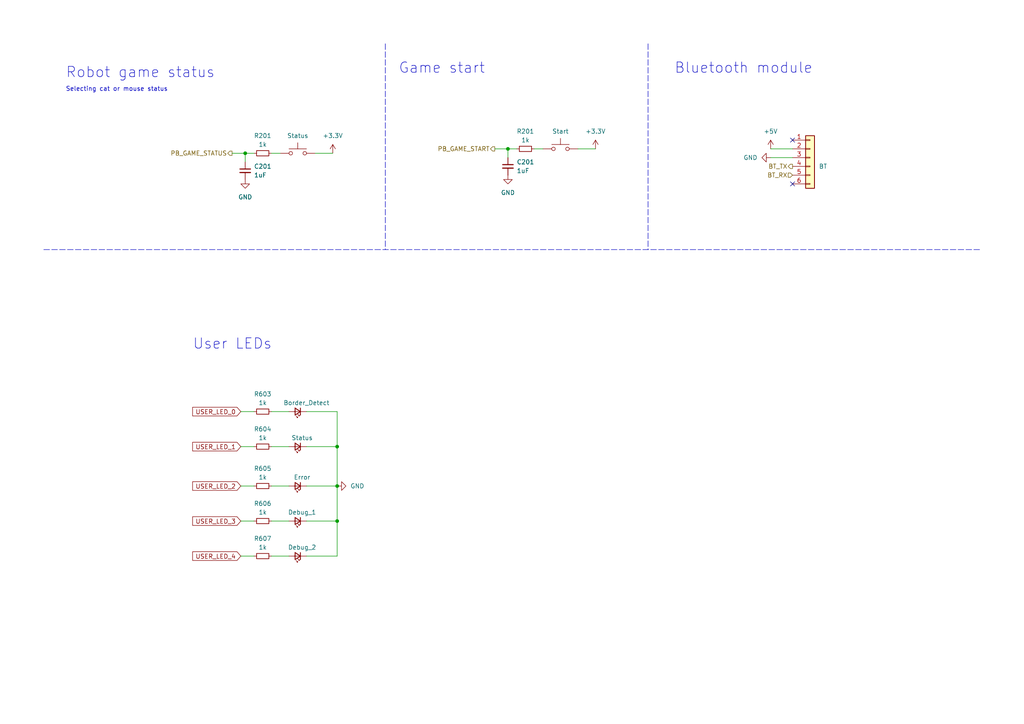
<source format=kicad_sch>
(kicad_sch (version 20230121) (generator eeschema)
  (paper "A4")
  (title_block (title "Robot chat - HIM") (date "2023-09-19") (rev "1.0") (company "ENSEA"))
  (lib_symbols
    (symbol "Connector_Generic:Conn_01x06" (pin_names (offset 1.016) hide)
      (property "Reference" "J" (at 0 7.62 0))
      (property "Value" "Conn_01x06" (at 0 -10.16 0))
      (symbol "Conn_01x06_1_1"
        (rectangle (start -1.27 -7.493) (end 0 -7.747) (stroke (width 0.1524)))
        (rectangle (start -1.27 -4.953) (end 0 -5.207) (stroke (width 0.1524)))
        (rectangle (start -1.27 -2.413) (end 0 -2.667) (stroke (width 0.1524)))
        (rectangle (start -1.27 0.127) (end 0 -0.127) (stroke (width 0.1524)))
        (rectangle (start -1.27 2.667) (end 0 2.413) (stroke (width 0.1524)))
        (rectangle (start -1.27 5.207) (end 0 4.953) (stroke (width 0.1524)))
        (rectangle (start -1.27 6.35) (end 1.27 -8.89) (stroke (width 0.254)) (fill (type background)))
        (pin passive line (at -5.08 5.08 0) (length 3.81) (name "Pin_1") (number "1"))
        (pin passive line (at -5.08 2.54 0) (length 3.81) (name "Pin_2") (number "2"))
        (pin passive line (at -5.08 0 0) (length 3.81) (name "Pin_3") (number "3"))
        (pin passive line (at -5.08 -2.54 0) (length 3.81) (name "Pin_4") (number "4"))
        (pin passive line (at -5.08 -5.08 0) (length 3.81) (name "Pin_5") (number "5"))
        (pin passive line (at -5.08 -7.62 0) (length 3.81) (name "Pin_6") (number "6"))
      )
    )
    (symbol "Device:C_Small" (pin_numbers hide) (pin_names (offset 0.254) hide)
      (property "Reference" "C" (at 0.254 1.778 0))
      (property "Value" "C_Small" (at 0.254 -2.032 0))
      (symbol "C_Small_0_1"
        (polyline (pts (xy -1.524 -0.508) (xy 1.524 -0.508)) (stroke (width 0.3302)))
        (polyline (pts (xy -1.524 0.508) (xy 1.524 0.508)) (stroke (width 0.3048)))
      )
      (symbol "C_Small_1_1"
        (pin passive line (at 0 2.54 270) (length 2.032) (name "~") (number "1"))
        (pin passive line (at 0 -2.54 90) (length 2.032) (name "~") (number "2"))
      )
    )
    (symbol "Device:LED_Small" (pin_numbers hide) (pin_names (offset 0.254) hide)
      (property "Reference" "D" (at -1.27 3.175 0))
      (property "Value" "LED_Small" (at -4.445 -2.54 0))
      (symbol "LED_Small_0_1"
        (polyline (pts (xy -0.762 -1.016) (xy -0.762 1.016)) (stroke (width 0.254)))
        (polyline (pts (xy 1.016 0) (xy -0.762 0)))
        (polyline (pts (xy 0.762 -1.016) (xy -0.762 0) (xy 0.762 1.016) (xy 0.762 -1.016)) (stroke (width 0.254)))
        (polyline (pts (xy 0 0.762) (xy -0.508 1.27) (xy -0.254 1.27) (xy -0.508 1.27) (xy -0.508 1.016)))
        (polyline (pts (xy 0.508 1.27) (xy 0 1.778) (xy 0.254 1.778) (xy 0 1.778) (xy 0 1.524)))
      )
      (symbol "LED_Small_1_1"
        (pin passive line (at -2.54 0 0) (length 1.778) (name "K") (number "1"))
        (pin passive line (at 2.54 0 180) (length 1.778) (name "A") (number "2"))
      )
    )
    (symbol "Device:R_Small" (pin_numbers hide) (pin_names (offset 0.254) hide)
      (property "Reference" "R" (at 0.762 0.508 0))
      (property "Value" "R_Small" (at 0.762 -1.016 0))
      (symbol "R_Small_0_1"
        (rectangle (start -0.762 1.778) (end 0.762 -1.778) (stroke (width 0.2032)))
      )
      (symbol "R_Small_1_1"
        (pin passive line (at 0 2.54 270) (length 0.762) (name "~") (number "1"))
        (pin passive line (at 0 -2.54 90) (length 0.762) (name "~") (number "2"))
      )
    )
    (symbol "Switch:SW_Push" (pin_numbers hide) (pin_names (offset 1.016) hide)
      (property "Reference" "SW" (at 1.27 2.54 0))
      (property "Value" "SW_Push" (at 0 -1.524 0))
      (symbol "SW_Push_0_1"
        (circle (center -2.032 0) (radius 0.508))
        (polyline (pts (xy 0 1.27) (xy 0 3.048)))
        (polyline (pts (xy 2.54 1.27) (xy -2.54 1.27)))
        (circle (center 2.032 0) (radius 0.508))
        (pin passive line (at -5.08 0 0) (length 2.54) (name "1") (number "1"))
        (pin passive line (at 5.08 0 180) (length 2.54) (name "2") (number "2"))
      )
    )
    (symbol "power:+3.3V" (power) (pin_names (offset 0))
      (property "Value" "+3.3V" (at 0 3.556 0))
      (symbol "+3.3V_0_1"
        (polyline (pts (xy -0.762 1.27) (xy 0 2.54)))
        (polyline (pts (xy 0 0) (xy 0 2.54)))
        (polyline (pts (xy 0 2.54) (xy 0.762 1.27)))
      )
      (symbol "+3.3V_1_1"
        (pin power_in line (at 0 0 90) (length 0) hide (name "+3.3V") (number "1"))
      )
    )
    (symbol "power:+5V" (power) (pin_names (offset 0))
      (property "Value" "+5V" (at 0 3.556 0))
      (symbol "+5V_0_1"
        (polyline (pts (xy -0.762 1.27) (xy 0 2.54)))
        (polyline (pts (xy 0 0) (xy 0 2.54)))
        (polyline (pts (xy 0 2.54) (xy 0.762 1.27)))
      )
      (symbol "+5V_1_1"
        (pin power_in line (at 0 0 90) (length 0) hide (name "+5V") (number "1"))
      )
    )
    (symbol "power:GND" (power) (pin_names (offset 0))
      (property "Value" "GND" (at 0 -3.81 0))
      (symbol "GND_0_1"
        (polyline (pts (xy 0 0) (xy 0 -1.27) (xy 1.27 -1.27) (xy 0 -2.54) (xy -1.27 -1.27) (xy 0 -1.27)))
      )
      (symbol "GND_1_1"
        (pin power_in line (at 0 0 270) (length 0) hide (name "GND") (number "1"))
      )
    )
  )
  (junction (at 71.12 44.45))
  (junction (at 97.79 129.54))
  (junction (at 97.79 140.97))
  (junction (at 97.79 151.13))
  (junction (at 147.32 43.18))
  (no_connect (at 229.87 40.64))
  (no_connect (at 229.87 53.34))
  (polyline (pts (xy 111.76 12.7) (xy 111.76 72.39)) (stroke (width 0) (type dash)))
  (wire (pts (xy 223.52 45.72) (xy 229.87 45.72)))
  (wire (pts (xy 223.52 43.18) (xy 229.87 43.18)))
  (wire (pts (xy 88.9 151.13) (xy 97.79 151.13)))
  (wire (pts (xy 97.79 129.54) (xy 97.79 140.97)))
  (wire (pts (xy 69.85 119.38) (xy 73.66 119.38)))
  (wire (pts (xy 67.31 44.45) (xy 71.12 44.45)))
  (wire (pts (xy 97.79 151.13) (xy 97.79 140.97)))
  (wire (pts (xy 147.32 43.18) (xy 147.32 45.72)))
  (wire (pts (xy 69.85 140.97) (xy 73.66 140.97)))
  (wire (pts (xy 88.9 161.29) (xy 97.79 161.29)))
  (wire (pts (xy 147.32 43.18) (xy 149.86 43.18)))
  (wire (pts (xy 91.44 44.45) (xy 96.52 44.45)))
  (wire (pts (xy 167.64 43.18) (xy 172.72 43.18)))
  (wire (pts (xy 88.9 129.54) (xy 97.79 129.54)))
  (wire (pts (xy 78.74 151.13) (xy 83.82 151.13)))
  (wire (pts (xy 69.85 151.13) (xy 73.66 151.13)))
  (wire (pts (xy 154.94 43.18) (xy 157.48 43.18)))
  (wire (pts (xy 143.51 43.18) (xy 147.32 43.18)))
  (wire (pts (xy 78.74 140.97) (xy 83.82 140.97)))
  (wire (pts (xy 78.74 161.29) (xy 83.82 161.29)))
  (wire (pts (xy 88.9 119.38) (xy 97.79 119.38)))
  (wire (pts (xy 69.85 161.29) (xy 73.66 161.29)))
  (wire (pts (xy 97.79 119.38) (xy 97.79 129.54)))
  (wire (pts (xy 78.74 44.45) (xy 81.28 44.45)))
  (wire (pts (xy 78.74 129.54) (xy 83.82 129.54)))
  (polyline (pts (xy 187.96 12.7) (xy 187.96 72.39)) (stroke (width 0) (type dash)))
  (wire (pts (xy 97.79 161.29) (xy 97.79 151.13)))
  (wire (pts (xy 69.85 129.54) (xy 73.66 129.54)))
  (wire (pts (xy 88.9 140.97) (xy 97.79 140.97)))
  (wire (pts (xy 78.74 119.38) (xy 83.82 119.38)))
  (wire (pts (xy 71.12 44.45) (xy 71.12 46.99)))
  (polyline (pts (xy 12.7 72.39) (xy 284.48 72.39)) (stroke (width 0) (type dash)))
  (wire (pts (xy 71.12 44.45) (xy 73.66 44.45)))
  (text "Game start" (at 115.57 21.59 0) (effects (font (size 3 3)) (justify left bottom)))
  (text "Selecting cat or mouse status" (at 19.05 26.67 0) (effects (font (size 1.27 1.27)) (justify left bottom)))
  (text "Robot game status" (at 19.05 22.86 0) (effects (font (size 3 3)) (justify left bottom)))
  (text "Bluetooth module" (at 195.58 21.59 0) (effects (font (size 3 3)) (justify left bottom)))
  (text "User LEDs" (at 55.88 101.6 0) (effects (font (size 3 3)) (justify left bottom)))
  (global_label "USER_LED_3" (shape input) (at 69.85 151.13 180) (property "Intersheetrefs" "${INTERSHEET_REFS}" (effects hide)))
  (global_label "USER_LED_2" (shape input) (at 69.85 140.97 180) (property "Intersheetrefs" "${INTERSHEET_REFS}" (effects hide)))
  (global_label "USER_LED_4" (shape input) (at 69.85 161.29 180) (property "Intersheetrefs" "${INTERSHEET_REFS}" (effects hide)))
  (global_label "USER_LED_1" (shape input) (at 69.85 129.54 180) (property "Intersheetrefs" "${INTERSHEET_REFS}" (effects hide)))
  (global_label "USER_LED_0" (shape input) (at 69.85 119.38 180) (property "Intersheetrefs" "${INTERSHEET_REFS}" (effects hide)))
  (hierarchical_label "BT_RX" (shape input) (at 229.87 50.8 180))
  (hierarchical_label "BT_TX" (shape output) (at 229.87 48.26 180))
  (hierarchical_label "PB_GAME_STATUS" (shape output) (at 67.31 44.45 180))
  (hierarchical_label "PB_GAME_START" (shape output) (at 143.51 43.18 180))
  (symbol (lib_id "power:GND") (at 147.32 50.8 0) (unit 1)
    (property "Reference" "#PWR0201" (effects hide))
    (property "Value" "GND" (at 147.32 55.88 0))
    (instances (project "robot_chat" (path "" (reference "#PWR0201") (unit 1)) (path "" (reference "#PWR0605") (unit 1))))
  )
  (symbol (lib_id "Device:R_Small") (at 76.2 151.13 90) (unit 1)
    (property "Reference" "R606" (at 76.2 146.05 90))
    (property "Value" "1k" (at 76.2 148.59 90))
    (property "Footprint" "Resistor_SMD:R_0603_1608Metric" (effects hide))
  )
  (symbol (lib_id "Device:R_Small") (at 76.2 44.45 90) (unit 1)
    (property "Reference" "R201" (at 76.2 39.37 90))
    (property "Value" "1k" (at 76.2 41.91 90))
    (property "Footprint" "Resistor_SMD:R_0603_1608Metric" (effects hide))
    (instances (project "robot_chat" (path "" (reference "R201") (unit 1)) (path "" (reference "R602") (unit 1))))
  )
  (symbol (lib_id "Device:R_Small") (at 76.2 161.29 90) (unit 1)
    (property "Reference" "R607" (at 76.2 156.21 90))
    (property "Value" "1k" (at 76.2 158.75 90))
    (property "Footprint" "Resistor_SMD:R_0603_1608Metric" (effects hide))
  )
  (symbol (lib_id "power:+5V") (at 223.52 43.18 0) (unit 1)
    (property "Reference" "#PWR0501" (effects hide))
    (property "Value" "+5V" (at 223.52 38.1 0))
    (instances (project "robot_chat" (path "" (reference "#PWR0501") (unit 1)) (path "" (reference "#PWR0602") (unit 1))))
  )
  (symbol (lib_id "power:+3.3V") (at 172.72 43.18 0) (unit 1)
    (property "Reference" "#PWR0202" (effects hide))
    (property "Value" "+3.3V" (at 172.72 38.1 0))
    (instances (project "robot_chat" (path "" (reference "#PWR0202") (unit 1)) (path "" (reference "#PWR0601") (unit 1))))
  )
  (symbol (lib_id "Device:LED_Small") (at 86.36 129.54 180) (unit 1)
    (property "Reference" "D602" (effects hide))
    (property "Value" "Status" (at 87.63 127 0))
    (property "Footprint" "LED_SMD:LED_0603_1608Metric" (effects hide))
  )
  (symbol (lib_id "Device:C_Small") (at 71.12 49.53 0) (unit 1)
    (property "Reference" "C201" (at 73.66 48.2663 0) (effects (justify left)))
    (property "Value" "1uF" (at 73.66 50.8063 0) (effects (justify left)))
    (property "Footprint" "Capacitor_SMD:C_0603_1608Metric" (effects hide))
    (instances (project "robot_chat" (path "" (reference "C201") (unit 1)) (path "" (reference "C602") (unit 1))))
  )
  (symbol (lib_id "power:GND") (at 71.12 52.07 0) (unit 1)
    (property "Reference" "#PWR0201" (effects hide))
    (property "Value" "GND" (at 71.12 57.15 0))
    (instances (project "robot_chat" (path "" (reference "#PWR0201") (unit 1)) (path "" (reference "#PWR0606") (unit 1))))
  )
  (symbol (lib_id "Switch:SW_Push") (at 162.56 43.18 0) (unit 1)
    (property "Reference" "SW201" (effects hide))
    (property "Value" "Start" (at 162.56 38.1 0))
    (property "Footprint" "Button_Switch_SMD:SW_SPST_B3U-1000P" (effects hide))
    (instances (project "robot_chat" (path "" (reference "SW201") (unit 1)) (path "" (reference "SW601") (unit 1))))
  )
  (symbol (lib_id "Device:R_Small") (at 76.2 129.54 90) (unit 1)
    (property "Reference" "R604" (at 76.2 124.46 90))
    (property "Value" "1k" (at 76.2 127 90))
    (property "Footprint" "Resistor_SMD:R_0603_1608Metric" (effects hide))
  )
  (symbol (lib_id "Device:LED_Small") (at 86.36 151.13 180) (unit 1)
    (property "Reference" "D604" (effects hide))
    (property "Value" "Debug_1" (at 87.63 148.59 0))
    (property "Footprint" "LED_SMD:LED_0603_1608Metric" (effects hide))
  )
  (symbol (lib_id "power:GND") (at 97.79 140.97 90) (unit 1)
    (property "Reference" "#PWR0607" (effects hide))
    (property "Value" "GND" (at 101.6 140.97 90) (effects (justify right)))
  )
  (symbol (lib_id "power:+3.3V") (at 96.52 44.45 0) (unit 1)
    (property "Reference" "#PWR0202" (effects hide))
    (property "Value" "+3.3V" (at 96.52 39.37 0))
    (instances (project "robot_chat" (path "" (reference "#PWR0202") (unit 1)) (path "" (reference "#PWR0603") (unit 1))))
  )
  (symbol (lib_id "Device:R_Small") (at 76.2 119.38 90) (unit 1)
    (property "Reference" "R603" (at 76.2 114.3 90))
    (property "Value" "1k" (at 76.2 116.84 90))
    (property "Footprint" "Resistor_SMD:R_0603_1608Metric" (effects hide))
  )
  (symbol (lib_id "Switch:SW_Push") (at 86.36 44.45 0) (unit 1)
    (property "Reference" "SW201" (effects hide))
    (property "Value" "Status" (at 86.36 39.37 0))
    (property "Footprint" "Button_Switch_SMD:SW_SPST_B3U-1000P" (effects hide))
    (instances (project "robot_chat" (path "" (reference "SW201") (unit 1)) (path "" (reference "SW602") (unit 1))))
  )
  (symbol (lib_id "Device:R_Small") (at 76.2 140.97 90) (unit 1)
    (property "Reference" "R605" (at 76.2 135.89 90))
    (property "Value" "1k" (at 76.2 138.43 90))
    (property "Footprint" "Resistor_SMD:R_0603_1608Metric" (effects hide))
  )
  (symbol (lib_id "Device:R_Small") (at 152.4 43.18 90) (unit 1)
    (property "Reference" "R201" (at 152.4 38.1 90))
    (property "Value" "1k" (at 152.4 40.64 90))
    (property "Footprint" "Resistor_SMD:R_0603_1608Metric" (effects hide))
    (instances (project "robot_chat" (path "" (reference "R201") (unit 1)) (path "" (reference "R601") (unit 1))))
  )
  (symbol (lib_id "Device:LED_Small") (at 86.36 119.38 180) (unit 1)
    (property "Reference" "D601" (effects hide))
    (property "Value" "Border_Detect" (at 88.9 116.84 0))
    (property "Footprint" "LED_SMD:LED_0603_1608Metric" (effects hide))
  )
  (symbol (lib_id "Device:LED_Small") (at 86.36 140.97 180) (unit 1)
    (property "Reference" "D603" (effects hide))
    (property "Value" "Error" (at 87.63 138.43 0))
    (property "Footprint" "LED_SMD:LED_0603_1608Metric" (effects hide))
  )
  (symbol (lib_id "Device:C_Small") (at 147.32 48.26 0) (unit 1)
    (property "Reference" "C201" (at 149.86 46.9963 0) (effects (justify left)))
    (property "Value" "1uF" (at 149.86 49.5363 0) (effects (justify left)))
    (property "Footprint" "Capacitor_SMD:C_0603_1608Metric" (effects hide))
    (instances (project "robot_chat" (path "" (reference "C201") (unit 1)) (path "" (reference "C601") (unit 1))))
  )
  (symbol (lib_id "power:GND") (at 223.52 45.72 270) (unit 1)
    (property "Reference" "#PWR0502" (effects hide))
    (property "Value" "GND" (at 219.71 45.72 90) (effects (justify right)))
    (instances (project "robot_chat" (path "" (reference "#PWR0502") (unit 1)) (path "" (reference "#PWR0604") (unit 1))))
  )
  (symbol (lib_id "Device:LED_Small") (at 86.36 161.29 180) (unit 1)
    (property "Reference" "D605" (effects hide))
    (property "Value" "Debug_2" (at 87.63 158.75 0))
    (property "Footprint" "LED_SMD:LED_0603_1608Metric" (effects hide))
  )
  (symbol (lib_id "Connector_Generic:Conn_01x06") (at 234.95 45.72 0) (unit 1)
    (property "Reference" "J501" (effects hide))
    (property "Value" "BT" (at 237.49 48.26 0) (effects (justify left)))
    (property "Footprint" "Connector_PinSocket_2.54mm:PinSocket_1x06_P2.54mm_Horizontal" (effects hide))
    (instances (project "robot_chat" (path "" (reference "J501") (unit 1)) (path "" (reference "J601") (unit 1))))
  )
)
</source>
